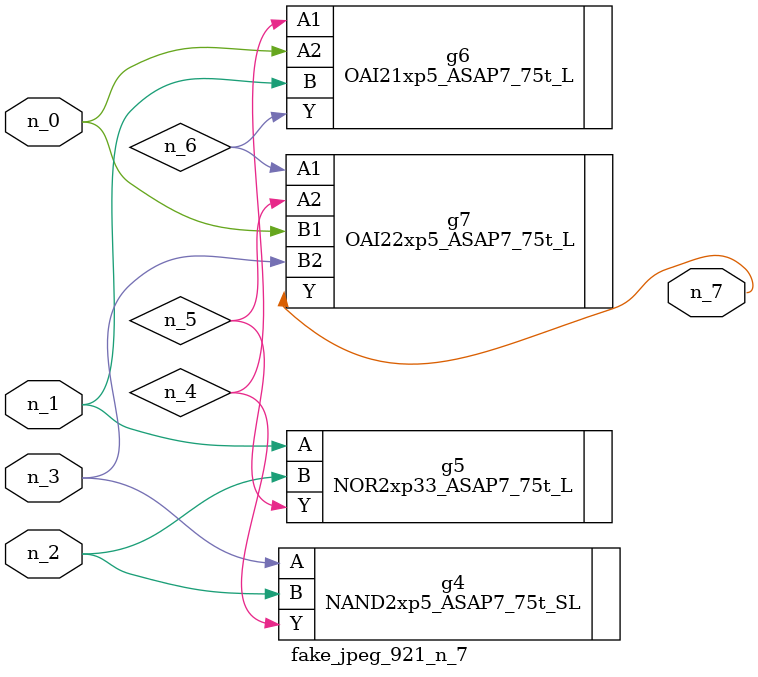
<source format=v>
module fake_jpeg_921_n_7 (n_0, n_3, n_2, n_1, n_7);

input n_0;
input n_3;
input n_2;
input n_1;

output n_7;

wire n_4;
wire n_6;
wire n_5;

NAND2xp5_ASAP7_75t_SL g4 ( 
.A(n_3),
.B(n_2),
.Y(n_4)
);

NOR2xp33_ASAP7_75t_L g5 ( 
.A(n_1),
.B(n_2),
.Y(n_5)
);

OAI21xp5_ASAP7_75t_L g6 ( 
.A1(n_4),
.A2(n_0),
.B(n_1),
.Y(n_6)
);

OAI22xp5_ASAP7_75t_L g7 ( 
.A1(n_6),
.A2(n_5),
.B1(n_0),
.B2(n_3),
.Y(n_7)
);


endmodule
</source>
